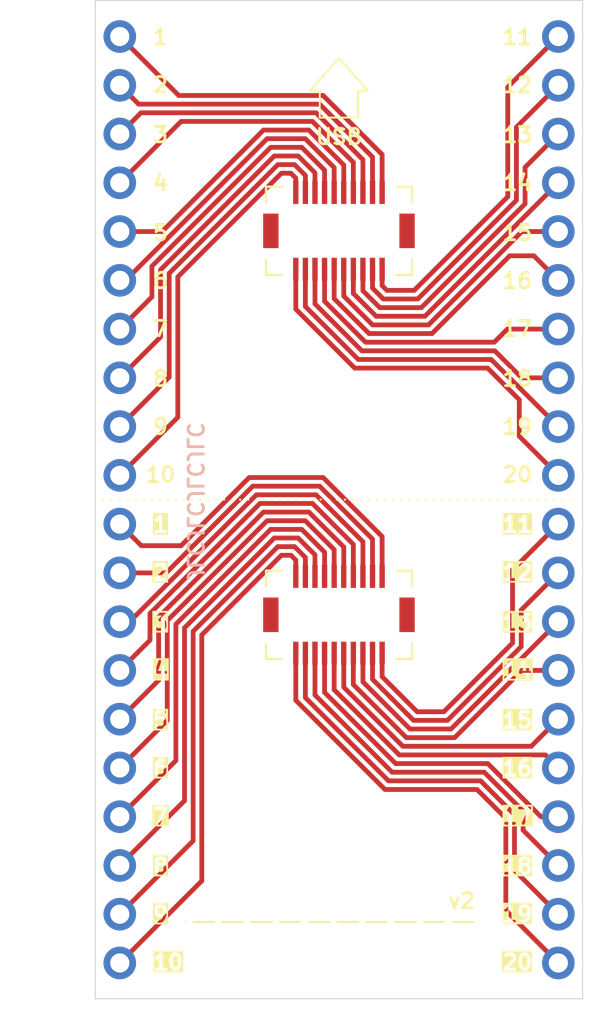
<source format=kicad_pcb>
(kicad_pcb (version 20240108) (generator "pcbnew") (generator_version "8.0")
  (layers (0 "F.Cu" signal) (31 "B.Cu" signal) (34 "B.Paste" user) (35 "F.Paste" user) (36 "B.SilkS" user "B.Silkscreen") (37 "F.SilkS" user "F.Silkscreen") (38 "B.Mask" user) (39 "F.Mask" user) (44 "Edge.Cuts" user))
  (net 0 "")
  (net 1 "Net-(J1-Pin_3)")
  (net 2 "Net-(J1-Pin_9)")
  (net 3 "Net-(J1-Pin_7)")
  (net 4 "Net-(J1-Pin_8)")
  (net 5 "Net-(J1-Pin_2)")
  (net 6 "Net-(J1-Pin_1)")
  (net 7 "Net-(J1-Pin_5)")
  (net 8 "Net-(J1-Pin_4)")
  (net 9 "Net-(J1-Pin_10)")
  (net 10 "Net-(J1-Pin_6)")
  (net 11 "Net-(J2-Pin_17)")
  (net 12 "Net-(J2-Pin_18)")
  (net 13 "Net-(J2-Pin_12)")
  (net 14 "Net-(J2-Pin_15)")
  (net 15 "Net-(J2-Pin_14)")
  (net 16 "Net-(J2-Pin_13)")
  (net 17 "Net-(J2-Pin_20)")
  (net 18 "Net-(J2-Pin_11)")
  (net 19 "Net-(J2-Pin_16)")
  (net 20 "Net-(J2-Pin_19)")
  (net 21 "Net-(J1-Pin_11)")
  (net 22 "Net-(J1-Pin_14)")
  (net 23 "Net-(J1-Pin_16)")
  (net 24 "Net-(J1-Pin_19)")
  (net 25 "Net-(J1-Pin_20)")
  (net 26 "Net-(J1-Pin_15)")
  (net 27 "Net-(J1-Pin_17)")
  (net 28 "Net-(J1-Pin_18)")
  (net 29 "Net-(J1-Pin_13)")
  (net 30 "Net-(J1-Pin_12)")
  (net 31 "Net-(J2-Pin_2)")
  (net 32 "Net-(J2-Pin_9)")
  (net 33 "Net-(J2-Pin_8)")
  (net 34 "Net-(J2-Pin_7)")
  (net 35 "Net-(J2-Pin_3)")
  (net 36 "Net-(J2-Pin_4)")
  (net 37 "Net-(J2-Pin_5)")
  (net 38 "Net-(J2-Pin_1)")
  (net 39 "Net-(J2-Pin_10)")
  (net 40 "Net-(J2-Pin_6)")
  (footprint "ILO_fp:Hirose_DF12NB_receptacle" (layer "F.Cu") (at 40 42)
    (property "Reference" "J1" (hide yes))
    (property "Value" "Conn_01x20_Pin")
    (fp_line (start -3.8 -2.3) (end -3.8 -1.5) (stroke (width 0.12)) (layer "F.SilkS"))
    (fp_line (start -3.8 1.5) (end -3.8 2.3) (stroke (width 0.12)) (layer "F.SilkS"))
    (fp_line (start -3.8 2.3) (end -3 2.3) (stroke (width 0.12)) (layer "F.SilkS"))
    (fp_line (start -3 -2.3) (end -3.8 -2.3) (stroke (width 0.12)) (layer "F.SilkS"))
    (fp_line (start 3 2.3) (end 3.8 2.3) (stroke (width 0.12)) (layer "F.SilkS"))
    (fp_line (start 3.8 -2.3) (end 3 -2.3) (stroke (width 0.12)) (layer "F.SilkS"))
    (fp_line (start 3.8 -1.5) (end 3.8 -2.3) (stroke (width 0.12)) (layer "F.SilkS"))
    (fp_line (start 3.8 2.3) (end 3.8 1.5) (stroke (width 0.12)) (layer "F.SilkS"))
    (pad "" smd rect (at -3.55 0) (size 0.8 1.8) (layers "F.Cu" "F.Paste" "F.Mask"))
    (pad "" smd rect (at 3.55 0) (size 0.8 1.8) (layers "F.Cu" "F.Paste" "F.Mask"))
    (pad "1" smd rect (at -2.25 -2) (size 0.28 1.2) (layers "F.Cu" "F.Paste" "F.Mask") (net 6 "Net-(J1-Pin_1)"))
    (pad "2" smd rect (at -1.75 -2) (size 0.28 1.2) (layers "F.Cu" "F.Paste" "F.Mask") (net 5 "Net-(J1-Pin_2)"))
    (pad "3" smd rect (at -1.25 -2) (size 0.28 1.2) (layers "F.Cu" "F.Paste" "F.Mask") (net 1 "Net-(J1-Pin_3)"))
    (pad "4" smd rect (at -0.75 -2) (size 0.28 1.2) (layers "F.Cu" "F.Paste" "F.Mask") (net 8 "Net-(J1-Pin_4)"))
    (pad "5" smd rect (at -0.25 -2) (size 0.28 1.2) (layers "F.Cu" "F.Paste" "F.Mask") (net 7 "Net-(J1-Pin_5)"))
    (pad "6" smd rect (at 0.25 -2) (size 0.28 1.2) (layers "F.Cu" "F.Paste" "F.Mask") (net 10 "Net-(J1-Pin_6)"))
    (pad "7" smd rect (at 0.75 -2) (size 0.28 1.2) (layers "F.Cu" "F.Paste" "F.Mask") (net 3 "Net-(J1-Pin_7)"))
    (pad "8" smd rect (at 1.25 -2) (size 0.28 1.2) (layers "F.Cu" "F.Paste" "F.Mask") (net 4 "Net-(J1-Pin_8)"))
    (pad "9" smd rect (at 1.75 -2) (size 0.28 1.2) (layers "F.Cu" "F.Paste" "F.Mask") (net 2 "Net-(J1-Pin_9)"))
    (pad "10" smd rect (at 2.25 -2) (size 0.28 1.2) (layers "F.Cu" "F.Paste" "F.Mask") (net 9 "Net-(J1-Pin_10)"))
    (pad "11" smd rect (at -2.25 2) (size 0.28 1.2) (layers "F.Cu" "F.Paste" "F.Mask") (net 21 "Net-(J1-Pin_11)"))
    (pad "12" smd rect (at -1.75 2) (size 0.28 1.2) (layers "F.Cu" "F.Paste" "F.Mask") (net 30 "Net-(J1-Pin_12)"))
    (pad "13" smd rect (at -1.25 2) (size 0.28 1.2) (layers "F.Cu" "F.Paste" "F.Mask") (net 29 "Net-(J1-Pin_13)"))
    (pad "14" smd rect (at -0.75 2) (size 0.28 1.2) (layers "F.Cu" "F.Paste" "F.Mask") (net 22 "Net-(J1-Pin_14)"))
    (pad "15" smd rect (at -0.25 2) (size 0.28 1.2) (layers "F.Cu" "F.Paste" "F.Mask") (net 26 "Net-(J1-Pin_15)"))
    (pad "16" smd rect (at 0.25 2) (size 0.28 1.2) (layers "F.Cu" "F.Paste" "F.Mask") (net 23 "Net-(J1-Pin_16)"))
    (pad "17" smd rect (at 0.75 2) (size 0.28 1.2) (layers "F.Cu" "F.Paste" "F.Mask") (net 27 "Net-(J1-Pin_17)"))
    (pad "18" smd rect (at 1.25 2) (size 0.28 1.2) (layers "F.Cu" "F.Paste" "F.Mask") (net 28 "Net-(J1-Pin_18)"))
    (pad "19" smd rect (at 1.75 2) (size 0.28 1.2) (layers "F.Cu" "F.Paste" "F.Mask") (net 24 "Net-(J1-Pin_19)"))
    (pad "20" smd rect (at 2.25 2) (size 0.28 1.2) (layers "F.Cu" "F.Paste" "F.Mask") (net 25 "Net-(J1-Pin_20)"))
  )
  (footprint "Connector_PinHeader_2.54mm:PinHeader_1x20_P2.54mm_Vertical" (layer "F.Cu") (at 51.435 31.877)
    (property "Reference" "J4" (hide yes))
    (property "Value" "Conn_01x20_Pin" (hide yes))
    (pad "1" thru_hole circle (at 0 0) (size 1.7 1.7) (drill 1) (layers "*.Cu" "*.Mask") (net 25 "Net-(J1-Pin_20)"))
    (pad "2" thru_hole oval (at 0 2.54) (size 1.7 1.7) (drill 1) (layers "*.Cu" "*.Mask") (net 24 "Net-(J1-Pin_19)"))
    (pad "3" thru_hole oval (at 0 5.08) (size 1.7 1.7) (drill 1) (layers "*.Cu" "*.Mask") (net 28 "Net-(J1-Pin_18)"))
    (pad "4" thru_hole oval (at 0 7.62) (size 1.7 1.7) (drill 1) (layers "*.Cu" "*.Mask") (net 27 "Net-(J1-Pin_17)"))
    (pad "5" thru_hole oval (at 0 10.16) (size 1.7 1.7) (drill 1) (layers "*.Cu" "*.Mask") (net 23 "Net-(J1-Pin_16)"))
    (pad "6" thru_hole oval (at 0 12.7) (size 1.7 1.7) (drill 1) (layers "*.Cu" "*.Mask") (net 26 "Net-(J1-Pin_15)"))
    (pad "7" thru_hole oval (at 0 15.24) (size 1.7 1.7) (drill 1) (layers "*.Cu" "*.Mask") (net 22 "Net-(J1-Pin_14)"))
    (pad "8" thru_hole oval (at 0 17.78) (size 1.7 1.7) (drill 1) (layers "*.Cu" "*.Mask") (net 29 "Net-(J1-Pin_13)"))
    (pad "9" thru_hole oval (at 0 20.32) (size 1.7 1.7) (drill 1) (layers "*.Cu" "*.Mask") (net 30 "Net-(J1-Pin_12)"))
    (pad "10" thru_hole oval (at 0 22.86) (size 1.7 1.7) (drill 1) (layers "*.Cu" "*.Mask") (net 21 "Net-(J1-Pin_11)"))
    (pad "11" thru_hole oval (at 0 25.4) (size 1.7 1.7) (drill 1) (layers "*.Cu" "*.Mask") (net 17 "Net-(J2-Pin_20)"))
    (pad "12" thru_hole oval (at 0 27.94) (size 1.7 1.7) (drill 1) (layers "*.Cu" "*.Mask") (net 20 "Net-(J2-Pin_19)"))
    (pad "13" thru_hole oval (at 0 30.48) (size 1.7 1.7) (drill 1) (layers "*.Cu" "*.Mask") (net 12 "Net-(J2-Pin_18)"))
    (pad "14" thru_hole oval (at 0 33.02) (size 1.7 1.7) (drill 1) (layers "*.Cu" "*.Mask") (net 11 "Net-(J2-Pin_17)"))
    (pad "15" thru_hole oval (at 0 35.56) (size 1.7 1.7) (drill 1) (layers "*.Cu" "*.Mask") (net 19 "Net-(J2-Pin_16)"))
    (pad "16" thru_hole oval (at 0 38.1) (size 1.7 1.7) (drill 1) (layers "*.Cu" "*.Mask") (net 14 "Net-(J2-Pin_15)"))
    (pad "17" thru_hole oval (at 0 40.64) (size 1.7 1.7) (drill 1) (layers "*.Cu" "*.Mask") (net 15 "Net-(J2-Pin_14)"))
    (pad "18" thru_hole oval (at 0 43.18) (size 1.7 1.7) (drill 1) (layers "*.Cu" "*.Mask") (net 16 "Net-(J2-Pin_13)"))
    (pad "19" thru_hole oval (at 0 45.72) (size 1.7 1.7) (drill 1) (layers "*.Cu" "*.Mask") (net 13 "Net-(J2-Pin_12)"))
    (pad "20" thru_hole oval (at 0 48.26) (size 1.7 1.7) (drill 1) (layers "*.Cu" "*.Mask") (net 18 "Net-(J2-Pin_11)"))
  )
  (footprint "ILO_fp:Hirose_DF12NB_receptacle" (layer "F.Cu") (at 40 62)
    (property "Reference" "J2" (hide yes))
    (property "Value" "Conn_01x20_Pin")
    (fp_line (start -3.8 -2.3) (end -3.8 -1.5) (stroke (width 0.12)) (layer "F.SilkS"))
    (fp_line (start -3.8 1.5) (end -3.8 2.3) (stroke (width 0.12)) (layer "F.SilkS"))
    (fp_line (start -3.8 2.3) (end -3 2.3) (stroke (width 0.12)) (layer "F.SilkS"))
    (fp_line (start -3 -2.3) (end -3.8 -2.3) (stroke (width 0.12)) (layer "F.SilkS"))
    (fp_line (start 3 2.3) (end 3.8 2.3) (stroke (width 0.12)) (layer "F.SilkS"))
    (fp_line (start 3.8 -2.3) (end 3 -2.3) (stroke (width 0.12)) (layer "F.SilkS"))
    (fp_line (start 3.8 -1.5) (end 3.8 -2.3) (stroke (width 0.12)) (layer "F.SilkS"))
    (fp_line (start 3.8 2.3) (end 3.8 1.5) (stroke (width 0.12)) (layer "F.SilkS"))
    (pad "" smd rect (at -3.55 0) (size 0.8 1.8) (layers "F.Cu" "F.Paste" "F.Mask"))
    (pad "" smd rect (at 3.55 0) (size 0.8 1.8) (layers "F.Cu" "F.Paste" "F.Mask"))
    (pad "1" smd rect (at -2.25 -2) (size 0.28 1.2) (layers "F.Cu" "F.Paste" "F.Mask") (net 38 "Net-(J2-Pin_1)"))
    (pad "2" smd rect (at -1.75 -2) (size 0.28 1.2) (layers "F.Cu" "F.Paste" "F.Mask") (net 31 "Net-(J2-Pin_2)"))
    (pad "3" smd rect (at -1.25 -2) (size 0.28 1.2) (layers "F.Cu" "F.Paste" "F.Mask") (net 35 "Net-(J2-Pin_3)"))
    (pad "4" smd rect (at -0.75 -2) (size 0.28 1.2) (layers "F.Cu" "F.Paste" "F.Mask") (net 36 "Net-(J2-Pin_4)"))
    (pad "5" smd rect (at -0.25 -2) (size 0.28 1.2) (layers "F.Cu" "F.Paste" "F.Mask") (net 37 "Net-(J2-Pin_5)"))
    (pad "6" smd rect (at 0.25 -2) (size 0.28 1.2) (layers "F.Cu" "F.Paste" "F.Mask") (net 40 "Net-(J2-Pin_6)"))
    (pad "7" smd rect (at 0.75 -2) (size 0.28 1.2) (layers "F.Cu" "F.Paste" "F.Mask") (net 34 "Net-(J2-Pin_7)"))
    (pad "8" smd rect (at 1.25 -2) (size 0.28 1.2) (layers "F.Cu" "F.Paste" "F.Mask") (net 33 "Net-(J2-Pin_8)"))
    (pad "9" smd rect (at 1.75 -2) (size 0.28 1.2) (layers "F.Cu" "F.Paste" "F.Mask") (net 32 "Net-(J2-Pin_9)"))
    (pad "10" smd rect (at 2.25 -2) (size 0.28 1.2) (layers "F.Cu" "F.Paste" "F.Mask") (net 39 "Net-(J2-Pin_10)"))
    (pad "11" smd rect (at -2.25 2) (size 0.28 1.2) (layers "F.Cu" "F.Paste" "F.Mask") (net 18 "Net-(J2-Pin_11)"))
    (pad "12" smd rect (at -1.75 2) (size 0.28 1.2) (layers "F.Cu" "F.Paste" "F.Mask") (net 13 "Net-(J2-Pin_12)"))
    (pad "13" smd rect (at -1.25 2) (size 0.28 1.2) (layers "F.Cu" "F.Paste" "F.Mask") (net 16 "Net-(J2-Pin_13)"))
    (pad "14" smd rect (at -0.75 2) (size 0.28 1.2) (layers "F.Cu" "F.Paste" "F.Mask") (net 15 "Net-(J2-Pin_14)"))
    (pad "15" smd rect (at -0.25 2) (size 0.28 1.2) (layers "F.Cu" "F.Paste" "F.Mask") (net 14 "Net-(J2-Pin_15)"))
    (pad "16" smd rect (at 0.25 2) (size 0.28 1.2) (layers "F.Cu" "F.Paste" "F.Mask") (net 19 "Net-(J2-Pin_16)"))
    (pad "17" smd rect (at 0.75 2) (size 0.28 1.2) (layers "F.Cu" "F.Paste" "F.Mask") (net 11 "Net-(J2-Pin_17)"))
    (pad "18" smd rect (at 1.25 2) (size 0.28 1.2) (layers "F.Cu" "F.Paste" "F.Mask") (net 12 "Net-(J2-Pin_18)"))
    (pad "19" smd rect (at 1.75 2) (size 0.28 1.2) (layers "F.Cu" "F.Paste" "F.Mask") (net 20 "Net-(J2-Pin_19)"))
    (pad "20" smd rect (at 2.25 2) (size 0.28 1.2) (layers "F.Cu" "F.Paste" "F.Mask") (net 17 "Net-(J2-Pin_20)"))
  )
  (footprint "ILO_fp:JLCPCB_SMT_hole" (layer "F.Cu") (at 33.5 80)
    (property "Reference" "REF**" (hide yes))
    (property "Value" "SMT" (hide yes))
    (pad "" np_thru_hole circle (at 0 0) (size 1.152 1.152) (drill 1.152) (layers "F&B.Cu" "*.Mask"))
  )
  (footprint "Connector_PinHeader_2.54mm:PinHeader_1x20_P2.54mm_Vertical" (layer "F.Cu") (at 28.575 31.877)
    (property "Reference" "J3" (hide yes))
    (property "Value" "Conn_01x20_Pin")
    (pad "1" thru_hole circle (at 0 0) (size 1.7 1.7) (drill 1) (layers "*.Cu" "*.Mask") (net 9 "Net-(J1-Pin_10)"))
    (pad "2" thru_hole oval (at 0 2.54) (size 1.7 1.7) (drill 1) (layers "*.Cu" "*.Mask") (net 2 "Net-(J1-Pin_9)"))
    (pad "3" thru_hole oval (at 0 5.08) (size 1.7 1.7) (drill 1) (layers "*.Cu" "*.Mask") (net 4 "Net-(J1-Pin_8)"))
    (pad "4" thru_hole oval (at 0 7.62) (size 1.7 1.7) (drill 1) (layers "*.Cu" "*.Mask") (net 3 "Net-(J1-Pin_7)"))
    (pad "5" thru_hole oval (at 0 10.16) (size 1.7 1.7) (drill 1) (layers "*.Cu" "*.Mask") (net 10 "Net-(J1-Pin_6)"))
    (pad "6" thru_hole oval (at 0 12.7) (size 1.7 1.7) (drill 1) (layers "*.Cu" "*.Mask") (net 7 "Net-(J1-Pin_5)"))
    (pad "7" thru_hole oval (at 0 15.24) (size 1.7 1.7) (drill 1) (layers "*.Cu" "*.Mask") (net 8 "Net-(J1-Pin_4)"))
    (pad "8" thru_hole oval (at 0 17.78) (size 1.7 1.7) (drill 1) (layers "*.Cu" "*.Mask") (net 1 "Net-(J1-Pin_3)"))
    (pad "9" thru_hole oval (at 0 20.32) (size 1.7 1.7) (drill 1) (layers "*.Cu" "*.Mask") (net 5 "Net-(J1-Pin_2)"))
    (pad "10" thru_hole oval (at 0 22.86) (size 1.7 1.7) (drill 1) (layers "*.Cu" "*.Mask") (net 6 "Net-(J1-Pin_1)"))
    (pad "11" thru_hole oval (at 0 25.4) (size 1.7 1.7) (drill 1) (layers "*.Cu" "*.Mask") (net 39 "Net-(J2-Pin_10)"))
    (pad "12" thru_hole oval (at 0 27.94) (size 1.7 1.7) (drill 1) (layers "*.Cu" "*.Mask") (net 32 "Net-(J2-Pin_9)"))
    (pad "13" thru_hole oval (at 0 30.48) (size 1.7 1.7) (drill 1) (layers "*.Cu" "*.Mask") (net 33 "Net-(J2-Pin_8)"))
    (pad "14" thru_hole oval (at 0 33.02) (size 1.7 1.7) (drill 1) (layers "*.Cu" "*.Mask") (net 34 "Net-(J2-Pin_7)"))
    (pad "15" thru_hole oval (at 0 35.56) (size 1.7 1.7) (drill 1) (layers "*.Cu" "*.Mask") (net 40 "Net-(J2-Pin_6)"))
    (pad "16" thru_hole oval (at 0 38.1) (size 1.7 1.7) (drill 1) (layers "*.Cu" "*.Mask") (net 37 "Net-(J2-Pin_5)"))
    (pad "17" thru_hole oval (at 0 40.64) (size 1.7 1.7) (drill 1) (layers "*.Cu" "*.Mask") (net 36 "Net-(J2-Pin_4)"))
    (pad "18" thru_hole oval (at 0 43.18) (size 1.7 1.7) (drill 1) (layers "*.Cu" "*.Mask") (net 35 "Net-(J2-Pin_3)"))
    (pad "19" thru_hole oval (at 0 45.72) (size 1.7 1.7) (drill 1) (layers "*.Cu" "*.Mask") (net 31 "Net-(J2-Pin_2)"))
    (pad "20" thru_hole oval (at 0 48.26) (size 1.7 1.7) (drill 1) (layers "*.Cu" "*.Mask") (net 38 "Net-(J2-Pin_1)"))
  )
  (footprint "ILO_fp:JLCPCB_SMT_hole" (layer "F.Cu") (at 46.5 32)
    (property "Reference" "REF**" (hide yes))
    (property "Value" "SMT" (hide yes))
    (pad "" np_thru_hole circle (at 0 0) (size 1.152 1.152) (drill 1.152) (layers "F&B.Cu" "*.Mask"))
  )
  (gr_line (start 41.5 34.7) (end 40 33) (stroke (width 0.1)) (layer "F.SilkS"))
  (gr_line (start 27.7 56) (end 52.3 56) (stroke (width 0.1) (type dot)) (layer "F.SilkS"))
  (gr_line (start 39 34.7) (end 39 36.1) (stroke (width 0.1)) (layer "F.SilkS"))
  (gr_line (start 39 36.1) (end 41 36.1) (stroke (width 0.1)) (layer "F.SilkS"))
  (gr_line (start 40 33) (end 38.5 34.7) (stroke (width 0.1)) (layer "F.SilkS"))
  (gr_line (start 41 34.7) (end 41.5 34.7) (stroke (width 0.1)) (layer "F.SilkS"))
  (gr_line (start 47 78) (end 32 78) (stroke (width 0.1) (type dash)) (layer "F.SilkS"))
  (gr_line (start 38.5 34.7) (end 39 34.7) (stroke (width 0.1)) (layer "F.SilkS"))
  (gr_line (start 41 36.1) (end 41 34.7) (stroke (width 0.1)) (layer "F.SilkS"))
  (gr_line (start 52.7 82) (end 27.3 82) (stroke (width 0.05)) (layer "Edge.Cuts"))
  (gr_line (start 52.7 30) (end 27.3 30) (stroke (width 0.05)) (layer "Edge.Cuts"))
  (gr_line (start 27.3 82) (end 27.3 30) (stroke (width 0.05)) (layer "Edge.Cuts"))
  (gr_line (start 52.7 30) (end 52.7 82) (stroke (width 0.05)) (layer "Edge.Cuts"))
  (gr_text "JLCJLCJLCJLC" (at 32.5 56.1 -90) (layer "B.SilkS") (effects (font (size 0.8 0.8) (thickness 0.15) (bold yes)) (justify mirror)))
  (gr_text "20" (at 49.3 54.7 0) (layer "F.SilkS") (effects (font (size 0.8 0.8) (thickness 0.15) (bold yes))))
  (gr_text "14" (at 49.3 39.5 0) (layer "F.SilkS") (effects (font (size 0.8 0.8) (thickness 0.15) (bold yes))))
  (gr_text "10" (at 30.7 54.7 0) (layer "F.SilkS") (effects (font (size 0.8 0.8) (thickness 0.15) (bold yes))))
  (gr_text "1" (at 30.7 57.3 0) (layer "F.SilkS" knockout) (effects (font (size 0.8 0.8) (thickness 0.15) (bold yes))))
  (gr_text "4" (at 30.7 39.5 0) (layer "F.SilkS") (effects (font (size 0.8 0.8) (thickness 0.15) (bold yes))))
  (gr_text "5" (at 30.7 67.5 0) (layer "F.SilkS" knockout) (effects (font (size 0.8 0.8) (thickness 0.15) (bold yes))))
  (gr_text "9" (at 30.7 52.2 0) (layer "F.SilkS") (effects (font (size 0.8 0.8) (thickness 0.15) (bold yes))))
  (gr_text "6" (at 30.7 70 0) (layer "F.SilkS" knockout) (effects (font (size 0.8 0.8) (thickness 0.15) (bold yes))))
  (gr_text "15" (at 49.3 67.5 0) (layer "F.SilkS" knockout) (effects (font (size 0.8 0.8) (thickness 0.15) (bold yes))))
  (gr_text "1" (at 30.7 31.9 0) (layer "F.SilkS") (effects (font (size 0.8 0.8) (thickness 0.15) (bold yes))))
  (gr_text "8" (at 30.7 49.7 0) (layer "F.SilkS") (effects (font (size 0.8 0.8) (thickness 0.15) (bold yes))))
  (gr_text "11" (at 49.3 31.9 0) (layer "F.SilkS") (effects (font (size 0.8 0.8) (thickness 0.15) (bold yes))))
  (gr_text "14" (at 49.3 64.9 0) (layer "F.SilkS" knockout) (effects (font (size 0.8 0.8) (thickness 0.15) (bold yes))))
  (gr_text "16" (at 49.3 44.6 0) (layer "F.SilkS") (effects (font (size 0.8 0.8) (thickness 0.15) (bold yes))))
  (gr_text "20" (at 49.3 80.1 0) (layer "F.SilkS" knockout) (effects (font (size 0.8 0.8) (thickness 0.15) (bold yes))))
  (gr_text "19" (at 49.3 77.6 0) (layer "F.SilkS" knockout) (effects (font (size 0.8 0.8) (thickness 0.15) (bold yes))))
  (gr_text "16" (at 49.3 70 0) (layer "F.SilkS" knockout) (effects (font (size 0.8 0.8) (thickness 0.15) (bold yes))))
  (gr_text "17" (at 49.3 47.1 0) (layer "F.SilkS") (effects (font (size 0.8 0.8) (thickness 0.15) (bold yes))))
  (gr_text "3" (at 30.7 37 0) (layer "F.SilkS") (effects (font (size 0.8 0.8) (thickness 0.15) (bold yes))))
  (gr_text "v2" (at 46.4 76.9 0) (layer "F.SilkS") (effects (font (size 0.8 0.8) (thickness 0.15) (bold yes))))
  (gr_text "4" (at 30.7 64.9 0) (layer "F.SilkS" knockout) (effects (font (size 0.8 0.8) (thickness 0.15) (bold yes))))
  (gr_text "5" (at 30.7 42.1 0) (layer "F.SilkS") (effects (font (size 0.8 0.8) (thickness 0.15) (bold yes))))
  (gr_text "13" (at 49.3 62.4 0) (layer "F.SilkS" knockout) (effects (font (size 0.8 0.8) (thickness 0.15) (bold yes))))
  (gr_text "10" (at 31.1 80.1 0) (layer "F.SilkS" knockout) (effects (font (size 0.8 0.8) (thickness 0.15) (bold yes))))
  (gr_text "15" (at 49.3 42.1 0) (layer "F.SilkS") (effects (font (size 0.8 0.8) (thickness 0.15) (bold yes))))
  (gr_text "18" (at 49.3 49.7 0) (layer "F.SilkS") (effects (font (size 0.8 0.8) (thickness 0.15) (bold yes))))
  (gr_text "6" (at 30.7 44.6 0) (layer "F.SilkS") (effects (font (size 0.8 0.8) (thickness 0.15) (bold yes))))
  (gr_text "12" (at 49.3 59.8 0) (layer "F.SilkS" knockout) (effects (font (size 0.8 0.8) (thickness 0.15) (bold yes))))
  (gr_text "7" (at 30.7 72.5 0) (layer "F.SilkS" knockout) (effects (font (size 0.8 0.8) (thickness 0.15) (bold yes))))
  (gr_text "17" (at 49.3 72.5 0) (layer "F.SilkS" knockout) (effects (font (size 0.8 0.8) (thickness 0.15) (bold yes))))
  (gr_text "11" (at 49.3 57.3 0) (layer "F.SilkS" knockout) (effects (font (size 0.8 0.8) (thickness 0.15) (bold yes))))
  (gr_text "2" (at 30.7 34.4 0) (layer "F.SilkS") (effects (font (size 0.8 0.8) (thickness 0.15) (bold yes))))
  (gr_text "3" (at 30.7 62.4 0) (layer "F.SilkS" knockout) (effects (font (size 0.8 0.8) (thickness 0.15) (bold yes))))
  (gr_text "18" (at 49.3 75.1 0) (layer "F.SilkS" knockout) (effects (font (size 0.8 0.8) (thickness 0.15) (bold yes))))
  (gr_text "9" (at 30.7 77.6 0) (layer "F.SilkS" knockout) (effects (font (size 0.8 0.8) (thickness 0.15) (bold yes))))
  (gr_text "2" (at 30.7 59.8 0) (layer "F.SilkS" knockout) (effects (font (size 0.8 0.8) (thickness 0.15) (bold yes))))
  (gr_text "13" (at 49.3 37 0) (layer "F.SilkS") (effects (font (size 0.8 0.8) (thickness 0.15) (bold yes))))
  (gr_text "USB" (at 40 37.1 0) (layer "F.SilkS") (effects (font (size 0.8 0.8) (thickness 0.15) (bold yes))))
  (gr_text "8" (at 30.7 75.1 0) (layer "F.SilkS" knockout) (effects (font (size 0.8 0.8) (thickness 0.15) (bold yes))))
  (gr_text "12" (at 49.3 34.4 0) (layer "F.SilkS") (effects (font (size 0.8 0.8) (thickness 0.15) (bold yes))))
  (gr_text "7" (at 30.7 47.1 0) (layer "F.SilkS") (effects (font (size 0.8 0.8) (thickness 0.15) (bold yes))))
  (gr_text "19" (at 49.3 52.2 0) (layer "F.SilkS") (effects (font (size 0.8 0.8) (thickness 0.15) (bold yes))))
  (segment (start 38.75 40) (end 38.75 38.977208) (width 0.25) (layer "F.Cu") (net 1))
  (segment (start 30.7 47.532) (end 28.575 49.657) (width 0.25) (layer "F.Cu") (net 1))
  (segment (start 30.7 44.027208) (end 30.7 47.532) (width 0.25) (layer "F.Cu") (net 1))
  (segment (start 37.872792 38.1) (end 36.627208 38.1) (width 0.25) (layer "F.Cu") (net 1))
  (segment (start 36.627208 38.1) (end 30.7 44.027208) (width 0.25) (layer "F.Cu") (net 1))
  (segment (start 38.75 38.977208) (end 37.872792 38.1) (width 0.25) (layer "F.Cu") (net 1))
  (segment (start 41.75 38.158832) (end 38.991168 35.4) (width 0.25) (layer "F.Cu") (net 2))
  (segment (start 38.991168 35.4) (end 29.558 35.4) (width 0.25) (layer "F.Cu") (net 2))
  (segment (start 41.75 40) (end 41.75 38.158832) (width 0.25) (layer "F.Cu") (net 2))
  (segment (start 29.558 35.4) (end 28.575 34.417) (width 0.25) (layer "F.Cu") (net 2))
  (segment (start 40.75 38.431624) (end 38.618376 36.3) (width 0.25) (layer "F.Cu") (net 3))
  (segment (start 31.772 36.3) (end 28.575 39.497) (width 0.25) (layer "F.Cu") (net 3))
  (segment (start 40.75 40) (end 40.75 38.431624) (width 0.25) (layer "F.Cu") (net 3))
  (segment (start 38.618376 36.3) (end 31.772 36.3) (width 0.25) (layer "F.Cu") (net 3))
  (segment (start 29.682 35.85) (end 28.575 36.957) (width 0.25) (layer "F.Cu") (net 4))
  (segment (start 41.25 40) (end 41.25 38.295228) (width 0.25) (layer "F.Cu") (net 4))
  (segment (start 38.804772 35.85) (end 29.682 35.85) (width 0.25) (layer "F.Cu") (net 4))
  (segment (start 41.25 38.295228) (end 38.804772 35.85) (width 0.25) (layer "F.Cu") (net 4))
  (segment (start 38.25 40) (end 38.25 39.113604) (width 0.25) (layer "F.Cu") (net 5))
  (segment (start 37.686396 38.55) (end 36.813604 38.55) (width 0.25) (layer "F.Cu") (net 5))
  (segment (start 31.15 44.213604) (end 31.15 49.622) (width 0.25) (layer "F.Cu") (net 5))
  (segment (start 31.15 49.622) (end 28.575 52.197) (width 0.25) (layer "F.Cu") (net 5))
  (segment (start 36.813604 38.55) (end 31.15 44.213604) (width 0.25) (layer "F.Cu") (net 5))
  (segment (start 38.25 39.113604) (end 37.686396 38.55) (width 0.25) (layer "F.Cu") (net 5))
  (segment (start 37.75 39.25) (end 37.5 39) (width 0.25) (layer "F.Cu") (net 6))
  (segment (start 37 39) (end 31.6 44.4) (width 0.25) (layer "F.Cu") (net 6))
  (segment (start 37.75 40) (end 37.75 39.25) (width 0.25) (layer "F.Cu") (net 6))
  (segment (start 31.6 51.712) (end 28.575 54.737) (width 0.25) (layer "F.Cu") (net 6))
  (segment (start 37.5 39) (end 37 39) (width 0.25) (layer "F.Cu") (net 6))
  (segment (start 31.6 44.4) (end 31.6 51.712) (width 0.25) (layer "F.Cu") (net 6))
  (segment (start 28.877416 44.577) (end 28.575 44.577) (width 0.25) (layer "F.Cu") (net 7))
  (segment (start 39.75 40) (end 39.75 38.704416) (width 0.25) (layer "F.Cu") (net 7))
  (segment (start 38.245584 37.2) (end 36.254416 37.2) (width 0.25) (layer "F.Cu") (net 7))
  (segment (start 36.254416 37.2) (end 28.877416 44.577) (width 0.25) (layer "F.Cu") (net 7))
  (segment (start 39.75 38.704416) (end 38.245584 37.2) (width 0.25) (layer "F.Cu") (net 7))
  (segment (start 39.25 38.840812) (end 38.059188 37.65) (width 0.25) (layer "F.Cu") (net 8))
  (segment (start 30.25 45.442) (end 28.575 47.117) (width 0.25) (layer "F.Cu") (net 8))
  (segment (start 36.440812 37.65) (end 30.25 43.840812) (width 0.25) (layer "F.Cu") (net 8))
  (segment (start 39.25 40) (end 39.25 38.840812) (width 0.25) (layer "F.Cu") (net 8))
  (segment (start 38.059188 37.65) (end 36.440812 37.65) (width 0.25) (layer "F.Cu") (net 8))
  (segment (start 30.25 43.840812) (end 30.25 45.442) (width 0.25) (layer "F.Cu") (net 8))
  (segment (start 39.177564 34.95) (end 31.648 34.95) (width 0.25) (layer "F.Cu") (net 9))
  (segment (start 31.648 34.95) (end 28.575 31.877) (width 0.25) (layer "F.Cu") (net 9))
  (segment (start 42.25 38.022436) (end 39.177564 34.95) (width 0.25) (layer "F.Cu") (net 9))
  (segment (start 42.25 40) (end 42.25 38.022436) (width 0.25) (layer "F.Cu") (net 9))
  (segment (start 28.698 32) (end 28.575 31.877) (width 0.25) (layer "B.Cu") (net 9))
  (segment (start 36.06802 36.75) (end 30.78102 42.037) (width 0.25) (layer "F.Cu") (net 10))
  (segment (start 38.43198 36.75) (end 36.06802 36.75) (width 0.25) (layer "F.Cu") (net 10))
  (segment (start 40.25 38.56802) (end 38.43198 36.75) (width 0.25) (layer "F.Cu") (net 10))
  (segment (start 40.25 40) (end 40.25 38.56802) (width 0.25) (layer "F.Cu") (net 10))
  (segment (start 30.78102 42.037) (end 28.575 42.037) (width 0.25) (layer "F.Cu") (net 10))
  (segment (start 40.75 65.633624) (end 43.516376 68.4) (width 0.25) (layer "F.Cu") (net 11))
  (segment (start 49.531396 64.897) (end 51.435 64.897) (width 0.25) (layer "F.Cu") (net 11))
  (segment (start 40.75 64) (end 40.75 65.633624) (width 0.25) (layer "F.Cu") (net 11))
  (segment (start 43.516376 68.4) (end 46.028396 68.4) (width 0.25) (layer "F.Cu") (net 11))
  (segment (start 46.028396 68.4) (end 49.531396 64.897) (width 0.25) (layer "F.Cu") (net 11))
  (segment (start 41.25 65.497228) (end 43.702772 67.95) (width 0.25) (layer "F.Cu") (net 12))
  (segment (start 45.842 67.95) (end 51.435 62.357) (width 0.25) (layer "F.Cu") (net 12))
  (segment (start 41.25 64) (end 41.25 65.497228) (width 0.25) (layer "F.Cu") (net 12))
  (segment (start 43.702772 67.95) (end 45.842 67.95) (width 0.25) (layer "F.Cu") (net 12))
  (segment (start 42.584396 70.65) (end 47.386396 70.65) (width 0.25) (layer "F.Cu") (net 13))
  (segment (start 49.15 75.312) (end 51.435 77.597) (width 0.25) (layer "F.Cu") (net 13))
  (segment (start 47.386396 70.65) (end 49.15 72.413604) (width 0.25) (layer "F.Cu") (net 13))
  (segment (start 49.15 72.413604) (end 49.15 75.312) (width 0.25) (layer "F.Cu") (net 13))
  (segment (start 38.25 64) (end 38.25 66.315604) (width 0.25) (layer "F.Cu") (net 13))
  (segment (start 38.25 66.315604) (end 42.584396 70.65) (width 0.25) (layer "F.Cu") (net 13))
  (segment (start 39.75 64) (end 39.75 65.906416) (width 0.25) (layer "F.Cu") (net 14))
  (segment (start 39.75 65.906416) (end 43.143584 69.3) (width 0.25) (layer "F.Cu") (net 14))
  (segment (start 50.758 69.3) (end 51.435 69.977) (width 0.25) (layer "F.Cu") (net 14))
  (segment (start 43.143584 69.3) (end 50.758 69.3) (width 0.25) (layer "F.Cu") (net 14))
  (segment (start 39.25 64) (end 39.25 66.042812) (width 0.25) (layer "F.Cu") (net 15))
  (segment (start 47.759188 69.75) (end 50.526188 72.517) (width 0.25) (layer "F.Cu") (net 15))
  (segment (start 50.526188 72.517) (end 51.435 72.517) (width 0.25) (layer "F.Cu") (net 15))
  (segment (start 39.25 66.042812) (end 42.957188 69.75) (width 0.25) (layer "F.Cu") (net 15))
  (segment (start 42.957188 69.75) (end 47.759188 69.75) (width 0.25) (layer "F.Cu") (net 15))
  (segment (start 47.572792 70.2) (end 49.6 72.227208) (width 0.25) (layer "F.Cu") (net 16))
  (segment (start 38.75 66.179208) (end 42.770792 70.2) (width 0.25) (layer "F.Cu") (net 16))
  (segment (start 38.75 64) (end 38.75 66.179208) (width 0.25) (layer "F.Cu") (net 16))
  (segment (start 49.6 73.222) (end 51.435 75.057) (width 0.25) (layer "F.Cu") (net 16))
  (segment (start 42.770792 70.2) (end 47.572792 70.2) (width 0.25) (layer "F.Cu") (net 16))
  (segment (start 49.6 72.227208) (end 49.6 73.222) (width 0.25) (layer "F.Cu") (net 16))
  (segment (start 49.05 63.469208) (end 49.05 59.662) (width 0.25) (layer "F.Cu") (net 17))
  (segment (start 44.075564 67.05) (end 45.469208 67.05) (width 0.25) (layer "F.Cu") (net 17))
  (segment (start 42.25 64) (end 42.25 65.224436) (width 0.25) (layer "F.Cu") (net 17))
  (segment (start 45.469208 67.05) (end 49.05 63.469208) (width 0.25) (layer "F.Cu") (net 17))
  (segment (start 49.05 59.662) (end 51.435 57.277) (width 0.25) (layer "F.Cu") (net 17))
  (segment (start 42.25 65.224436) (end 44.075564 67.05) (width 0.25) (layer "F.Cu") (net 17))
  (segment (start 48.7 72.6) (end 48.7 77.402) (width 0.25) (layer "F.Cu") (net 18))
  (segment (start 37.75 66.452) (end 42.398 71.1) (width 0.25) (layer "F.Cu") (net 18))
  (segment (start 42.398 71.1) (end 47.2 71.1) (width 0.25) (layer "F.Cu") (net 18))
  (segment (start 48.7 77.402) (end 51.435 80.137) (width 0.25) (layer "F.Cu") (net 18))
  (segment (start 37.75 64) (end 37.75 66.452) (width 0.25) (layer "F.Cu") (net 18))
  (segment (start 47.2 71.1) (end 48.7 72.6) (width 0.25) (layer "F.Cu") (net 18))
  (segment (start 40.25 65.77002) (end 43.32998 68.85) (width 0.25) (layer "F.Cu") (net 19))
  (segment (start 50.022 68.85) (end 51.435 67.437) (width 0.25) (layer "F.Cu") (net 19))
  (segment (start 43.32998 68.85) (end 50.022 68.85) (width 0.25) (layer "F.Cu") (net 19))
  (segment (start 40.25 64) (end 40.25 65.77002) (width 0.25) (layer "F.Cu") (net 19))
  (segment (start 49.5 63.655604) (end 49.5 61.752) (width 0.25) (layer "F.Cu") (net 20))
  (segment (start 43.889168 67.5) (end 45.655604 67.5) (width 0.25) (layer "F.Cu") (net 20))
  (segment (start 41.75 64) (end 41.75 65.360832) (width 0.25) (layer "F.Cu") (net 20))
  (segment (start 41.75 65.360832) (end 43.889168 67.5) (width 0.25) (layer "F.Cu") (net 20))
  (segment (start 45.655604 67.5) (end 49.5 63.655604) (width 0.25) (layer "F.Cu") (net 20))
  (segment (start 49.5 61.752) (end 51.435 59.817) (width 0.25) (layer "F.Cu") (net 20))
  (segment (start 47.751604 49.15) (end 49.4 50.798396) (width 0.25) (layer "F.Cu") (net 21))
  (segment (start 37.75 44) (end 37.75 46.077564) (width 0.25) (layer "F.Cu") (net 21))
  (segment (start 37.75 46.077564) (end 40.822436 49.15) (width 0.25) (layer "F.Cu") (net 21))
  (segment (start 49.4 52.702) (end 51.435 54.737) (width 0.25) (layer "F.Cu") (net 21))
  (segment (start 40.822436 49.15) (end 47.751604 49.15) (width 0.25) (layer "F.Cu") (net 21))
  (segment (start 49.4 50.798396) (end 49.4 52.702) (width 0.25) (layer "F.Cu") (net 21))
  (segment (start 41.381624 47.8) (end 48.1 47.8) (width 0.25) (layer "F.Cu") (net 22))
  (segment (start 39.25 44) (end 39.25 45.668376) (width 0.25) (layer "F.Cu") (net 22))
  (segment (start 48.1 47.8) (end 48.783 47.117) (width 0.25) (layer "F.Cu") (net 22))
  (segment (start 39.25 45.668376) (end 41.381624 47.8) (width 0.25) (layer "F.Cu") (net 22))
  (segment (start 48.783 47.117) (end 51.435 47.117) (width 0.25) (layer "F.Cu") (net 22))
  (segment (start 41.754416 46.9) (end 44.668396 46.9) (width 0.25) (layer "F.Cu") (net 23))
  (segment (start 49.531396 42.037) (end 51.435 42.037) (width 0.25) (layer "F.Cu") (net 23))
  (segment (start 40.25 44) (end 40.25 45.395584) (width 0.25) (layer "F.Cu") (net 23))
  (segment (start 44.668396 46.9) (end 49.531396 42.037) (width 0.25) (layer "F.Cu") (net 23))
  (segment (start 40.25 45.395584) (end 41.754416 46.9) (width 0.25) (layer "F.Cu") (net 23))
  (segment (start 49.25 40.409208) (end 49.25 36.602) (width 0.25) (layer "F.Cu") (net 24))
  (segment (start 42.313604 45.55) (end 44.109208 45.55) (width 0.25) (layer "F.Cu") (net 24))
  (segment (start 41.75 44.986396) (end 42.313604 45.55) (width 0.25) (layer "F.Cu") (net 24))
  (segment (start 44.109208 45.55) (end 49.25 40.409208) (width 0.25) (layer "F.Cu") (net 24))
  (segment (start 49.25 36.602) (end 51.435 34.417) (width 0.25) (layer "F.Cu") (net 24))
  (segment (start 41.75 44) (end 41.75 44.986396) (width 0.25) (layer "F.Cu") (net 24))
  (segment (start 42.25 44.85) (end 42.5 45.1) (width 0.25) (layer "F.Cu") (net 25))
  (segment (start 48.8 40.222812) (end 48.8 34.512) (width 0.25) (layer "F.Cu") (net 25))
  (segment (start 42.5 45.1) (end 43.922812 45.1) (width 0.25) (layer "F.Cu") (net 25))
  (segment (start 43.922812 45.1) (end 48.8 40.222812) (width 0.25) (layer "F.Cu") (net 25))
  (segment (start 42.25 44) (end 42.25 44.85) (width 0.25) (layer "F.Cu") (net 25))
  (segment (start 48.8 34.512) (end 51.435 31.877) (width 0.25) (layer "F.Cu") (net 25))
  (segment (start 41.56802 47.35) (end 44.854792 47.35) (width 0.25) (layer "F.Cu") (net 26))
  (segment (start 39.75 45.53198) (end 41.56802 47.35) (width 0.25) (layer "F.Cu") (net 26))
  (segment (start 48.904792 43.3) (end 50.158 43.3) (width 0.25) (layer "F.Cu") (net 26))
  (segment (start 44.854792 47.35) (end 48.904792 43.3) (width 0.25) (layer "F.Cu") (net 26))
  (segment (start 39.75 44) (end 39.75 45.53198) (width 0.25) (layer "F.Cu") (net 26))
  (segment (start 50.158 43.3) (end 51.435 44.577) (width 0.25) (layer "F.Cu") (net 26))
  (segment (start 41.940812 46.45) (end 44.482 46.45) (width 0.25) (layer "F.Cu") (net 27))
  (segment (start 40.75 45.259188) (end 41.940812 46.45) (width 0.25) (layer "F.Cu") (net 27))
  (segment (start 40.75 44) (end 40.75 45.259188) (width 0.25) (layer "F.Cu") (net 27))
  (segment (start 44.482 46.45) (end 51.435 39.497) (width 0.25) (layer "F.Cu") (net 27))
  (segment (start 49.7 40.595604) (end 49.7 38.692) (width 0.25) (layer "F.Cu") (net 28))
  (segment (start 44.295604 46) (end 49.7 40.595604) (width 0.25) (layer "F.Cu") (net 28))
  (segment (start 42.127208 46) (end 44.295604 46) (width 0.25) (layer "F.Cu") (net 28))
  (segment (start 49.7 38.692) (end 51.435 36.957) (width 0.25) (layer "F.Cu") (net 28))
  (segment (start 41.25 44) (end 41.25 45.122792) (width 0.25) (layer "F.Cu") (net 28))
  (segment (start 41.25 45.122792) (end 42.127208 46) (width 0.25) (layer "F.Cu") (net 28))
  (segment (start 38.75 45.804772) (end 41.195228 48.25) (width 0.25) (layer "F.Cu") (net 29))
  (segment (start 49.531396 49.657) (end 51.435 49.657) (width 0.25) (layer "F.Cu") (net 29))
  (segment (start 38.75 44) (end 38.75 45.804772) (width 0.25) (layer "F.Cu") (net 29))
  (segment (start 41.195228 48.25) (end 48.124396 48.25) (width 0.25) (layer "F.Cu") (net 29))
  (segment (start 48.124396 48.25) (end 49.531396 49.657) (width 0.25) (layer "F.Cu") (net 29))
  (segment (start 41.008832 48.7) (end 47.938 48.7) (width 0.25) (layer "F.Cu") (net 30))
  (segment (start 38.25 45.941168) (end 41.008832 48.7) (width 0.25) (layer "F.Cu") (net 30))
  (segment (start 47.938 48.7) (end 51.435 52.197) (width 0.25) (layer "F.Cu") (net 30))
  (segment (start 38.25 44) (end 38.25 45.941168) (width 0.25) (layer "F.Cu") (net 30))
  (segment (start 38.25 60) (end 38.25 59.013604) (width 0.25) (layer "F.Cu") (net 31))
  (segment (start 36.813604 58.45) (end 32.4 62.863604) (width 0.25) (layer "F.Cu") (net 31))
  (segment (start 32.4 62.863604) (end 32.4 73.772) (width 0.25) (layer "F.Cu") (net 31))
  (segment (start 38.25 59.013604) (end 37.686396 58.45) (width 0.25) (layer "F.Cu") (net 31))
  (segment (start 37.686396 58.45) (end 36.813604 58.45) (width 0.25) (layer "F.Cu") (net 31))
  (segment (start 32.4 73.772) (end 28.575 77.597) (width 0.25) (layer "F.Cu") (net 31))
  (segment (start 41.75 60) (end 41.75 58.058832) (width 0.25) (layer "F.Cu") (net 32))
  (segment (start 41.75 58.058832) (end 38.991168 55.3) (width 0.25) (layer "F.Cu") (net 32))
  (segment (start 35.508832 55.3) (end 30.991832 59.817) (width 0.25) (layer "F.Cu") (net 32))
  (segment (start 38.991168 55.3) (end 35.508832 55.3) (width 0.25) (layer "F.Cu") (net 32))
  (segment (start 30.991832 59.817) (end 28.575 59.817) (width 0.25) (layer "F.Cu") (net 32))
  (segment (start 41.25 60) (end 41.25 58.195228) (width 0.25) (layer "F.Cu") (net 33))
  (segment (start 35.695228 55.75) (end 29.088228 62.357) (width 0.25) (layer "F.Cu") (net 33))
  (segment (start 29.088228 62.357) (end 28.575 62.357) (width 0.25) (layer "F.Cu") (net 33))
  (segment (start 41.25 58.195228) (end 38.804772 55.75) (width 0.25) (layer "F.Cu") (net 33))
  (segment (start 38.804772 55.75) (end 35.695228 55.75) (width 0.25) (layer "F.Cu") (net 33))
  (segment (start 30.15 61.931624) (end 30.15 63.322) (width 0.25) (layer "F.Cu") (net 34))
  (segment (start 30.15 63.322) (end 28.575 64.897) (width 0.25) (layer "F.Cu") (net 34))
  (segment (start 38.618376 56.2) (end 35.881624 56.2) (width 0.25) (layer "F.Cu") (net 34))
  (segment (start 40.75 60) (end 40.75 58.331624) (width 0.25) (layer "F.Cu") (net 34))
  (segment (start 40.75 58.331624) (end 38.618376 56.2) (width 0.25) (layer "F.Cu") (net 34))
  (segment (start 35.881624 56.2) (end 30.15 61.931624) (width 0.25) (layer "F.Cu") (net 34))
  (segment (start 37.872792 58) (end 36.627208 58) (width 0.25) (layer "F.Cu") (net 35))
  (segment (start 36.627208 58) (end 31.95 62.677208) (width 0.25) (layer "F.Cu") (net 35))
  (segment (start 38.75 60) (end 38.75 58.877208) (width 0.25) (layer "F.Cu") (net 35))
  (segment (start 31.95 62.677208) (end 31.95 71.682) (width 0.25) (layer "F.Cu") (net 35))
  (segment (start 31.95 71.682) (end 28.575 75.057) (width 0.25) (layer "F.Cu") (net 35))
  (segment (start 38.75 58.877208) (end 37.872792 58) (width 0.25) (layer "F.Cu") (net 35))
  (segment (start 39.25 58.740812) (end 38.059188 57.55) (width 0.25) (layer "F.Cu") (net 36))
  (segment (start 31.5 69.592) (end 28.575 72.517) (width 0.25) (layer "F.Cu") (net 36))
  (segment (start 36.440812 57.55) (end 31.5 62.490812) (width 0.25) (layer "F.Cu") (net 36))
  (segment (start 38.059188 57.55) (end 36.440812 57.55) (width 0.25) (layer "F.Cu") (net 36))
  (segment (start 31.5 62.490812) (end 31.5 69.592) (width 0.25) (layer "F.Cu") (net 36))
  (segment (start 39.25 60) (end 39.25 58.740812) (width 0.25) (layer "F.Cu") (net 36))
  (segment (start 31.05 62.304416) (end 31.05 67.502) (width 0.25) (layer "F.Cu") (net 37))
  (segment (start 39.75 60) (end 39.75 58.604416) (width 0.25) (layer "F.Cu") (net 37))
  (segment (start 39.75 58.604416) (end 38.245584 57.1) (width 0.25) (layer "F.Cu") (net 37))
  (segment (start 31.05 67.502) (end 28.575 69.977) (width 0.25) (layer "F.Cu") (net 37))
  (segment (start 36.254416 57.1) (end 31.05 62.304416) (width 0.25) (layer "F.Cu") (net 37))
  (segment (start 38.245584 57.1) (end 36.254416 57.1) (width 0.25) (layer "F.Cu") (net 37))
  (segment (start 32.85 63.05) (end 32.85 75.862) (width 0.25) (layer "F.Cu") (net 38))
  (segment (start 37.75 59.15) (end 37.5 58.9) (width 0.25) (layer "F.Cu") (net 38))
  (segment (start 37.5 58.9) (end 37 58.9) (width 0.25) (layer "F.Cu") (net 38))
  (segment (start 37.75 60) (end 37.75 59.15) (width 0.25) (layer "F.Cu") (net 38))
  (segment (start 37 58.9) (end 32.85 63.05) (width 0.25) (layer "F.Cu") (net 38))
  (segment (start 32.85 75.862) (end 28.575 80.137) (width 0.25) (layer "F.Cu") (net 38))
  (segment (start 42.25 60) (end 42.25 57.922436) (width 0.25) (layer "F.Cu") (net 39))
  (segment (start 35.322436 54.85) (end 31.772436 58.4) (width 0.25) (layer "F.Cu") (net 39))
  (segment (start 42.25 57.922436) (end 39.177564 54.85) (width 0.25) (layer "F.Cu") (net 39))
  (segment (start 29.698 58.4) (end 28.575 57.277) (width 0.25) (layer "F.Cu") (net 39))
  (segment (start 31.772436 58.4) (end 29.698 58.4) (width 0.25) (layer "F.Cu") (net 39))
  (segment (start 39.177564 54.85) (end 35.322436 54.85) (width 0.25) (layer "F.Cu") (net 39))
  (segment (start 40.25 58.46802) (end 38.43198 56.65) (width 0.25) (layer "F.Cu") (net 40))
  (segment (start 30.6 62.11802) (end 30.6 65.412) (width 0.25) (layer "F.Cu") (net 40))
  (segment (start 40.25 60) (end 40.25 58.46802) (width 0.25) (layer "F.Cu") (net 40))
  (segment (start 38.43198 56.65) (end 36.06802 56.65) (width 0.25) (layer "F.Cu") (net 40))
  (segment (start 30.6 65.412) (end 28.575 67.437) (width 0.25) (layer "F.Cu") (net 40))
  (segment (start 36.06802 56.65) (end 30.6 62.11802) (width 0.25) (layer "F.Cu") (net 40))
)
</source>
